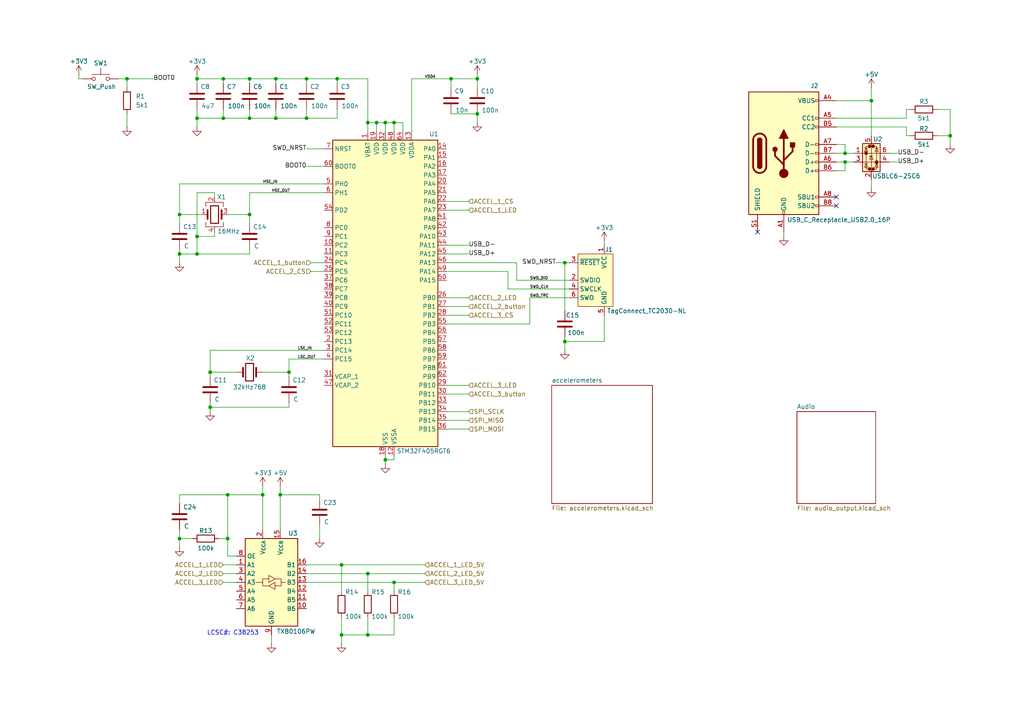
<source format=kicad_sch>
(kicad_sch (version 20231120) (generator "eeschema") (generator_version "8.0")
  (paper "A4")
  (lib_symbols
    (symbol "Connector:Conn_ARM_SWD_TagConnect_TC2030-NL" (in_bom no)
      (property "Reference" "J1" (at 5.08 11.43 0))
      (property "Value" "TagConnect_TC2030-NL" (at 26.416 -6.35 0))
      (symbol "Conn_ARM_SWD_TagConnect_TC2030-NL_0_0"
        (pin power_in line (at 2.54 12.7 270) (length 2.54) (name "VCC") (number "1"))
        (pin bidirectional line (at -7.62 2.54 0) (length 2.54) (name "SWDIO") (number "2"))
        (pin open_collector line (at -7.62 7.62 0) (length 2.54) (name "~{RESET}") (number "3"))
        (pin output line (at -7.62 0 0) (length 2.54) (name "SWCLK") (number "4"))
        (pin power_in line (at 2.54 -7.62 90) (length 2.54) (name "GND") (number "5"))
        (pin input line (at -7.62 -2.54 0) (length 2.54) (name "SWO") (number "6"))
      )
      (symbol "Conn_ARM_SWD_TagConnect_TC2030-NL_0_1"
        (rectangle (start -5.08 10.16) (end 5.08 -5.08) (fill (type background)))
      )
    )
    (symbol "Connector:USB_C_Receptacle_USB2.0_16P" (pin_names (offset 1.016))
      (property "Reference" "J" (at 0 22.225 0))
      (property "Value" "USB_C_Receptacle_USB2.0_16P" (at 0 19.685 0))
      (symbol "USB_C_Receptacle_USB2.0_16P_0_0"
        (rectangle (start -0.254 -17.78) (end 0.254 -16.764))
        (rectangle (start 10.16 -14.986) (end 9.144 -15.494))
        (rectangle (start 10.16 -12.446) (end 9.144 -12.954))
        (rectangle (start 10.16 -4.826) (end 9.144 -5.334))
        (rectangle (start 10.16 -2.286) (end 9.144 -2.794))
        (rectangle (start 10.16 0.254) (end 9.144 -0.254))
        (rectangle (start 10.16 2.794) (end 9.144 2.286))
        (rectangle (start 10.16 7.874) (end 9.144 7.366))
        (rectangle (start 10.16 10.414) (end 9.144 9.906))
        (rectangle (start 10.16 15.494) (end 9.144 14.986))
      )
      (symbol "USB_C_Receptacle_USB2.0_16P_0_1"
        (rectangle (start -10.16 17.78) (end 10.16 -17.78) (stroke (width 0.254)) (fill (type background)))
        (arc (start -8.89 -3.81) (mid -6.985 -5.7067) (end -5.08 -3.81) (stroke (width 0.508)))
        (arc (start -7.62 -3.81) (mid -6.985 -4.4423) (end -6.35 -3.81) (stroke (width 0.254)))
        (arc (start -7.62 -3.81) (mid -6.985 -4.4423) (end -6.35 -3.81) (stroke (width 0.254)) (fill (type outline)))
        (rectangle (start -7.62 -3.81) (end -6.35 3.81) (stroke (width 0.254)) (fill (type outline)))
        (arc (start -6.35 3.81) (mid -6.985 4.4423) (end -7.62 3.81) (stroke (width 0.254)))
        (arc (start -6.35 3.81) (mid -6.985 4.4423) (end -7.62 3.81) (stroke (width 0.254)) (fill (type outline)))
        (arc (start -5.08 3.81) (mid -6.985 5.7067) (end -8.89 3.81) (stroke (width 0.508)))
        (circle (center -2.54 1.143) (radius 0.635) (stroke (width 0.254)) (fill (type outline)))
        (circle (center 0 -5.842) (radius 1.27) (fill (type outline)))
        (polyline (pts (xy -8.89 -3.81) (xy -8.89 3.81)) (stroke (width 0.508)))
        (polyline (pts (xy -5.08 3.81) (xy -5.08 -3.81)) (stroke (width 0.508)))
        (polyline (pts (xy 0 -5.842) (xy 0 4.318)) (stroke (width 0.508)))
        (polyline (pts (xy 0 -3.302) (xy -2.54 -0.762) (xy -2.54 0.508)) (stroke (width 0.508)))
        (polyline (pts (xy 0 -2.032) (xy 2.54 0.508) (xy 2.54 1.778)) (stroke (width 0.508)))
        (polyline (pts (xy -1.27 4.318) (xy 0 6.858) (xy 1.27 4.318) (xy -1.27 4.318)) (stroke (width 0.254)) (fill (type outline)))
        (rectangle (start 1.905 1.778) (end 3.175 3.048) (stroke (width 0.254)) (fill (type outline)))
      )
      (symbol "USB_C_Receptacle_USB2.0_16P_1_1"
        (pin passive line (at 0 -22.86 90) (length 5.08) (name "GND") (number "A1"))
        (pin passive line (at 0 -22.86 90) (length 5.08) hide (name "GND") (number "A12"))
        (pin passive line (at 15.24 15.24 180) (length 5.08) (name "VBUS") (number "A4"))
        (pin bidirectional line (at 15.24 10.16 180) (length 5.08) (name "CC1") (number "A5"))
        (pin bidirectional line (at 15.24 -2.54 180) (length 5.08) (name "D+") (number "A6"))
        (pin bidirectional line (at 15.24 2.54 180) (length 5.08) (name "D-") (number "A7"))
        (pin bidirectional line (at 15.24 -12.7 180) (length 5.08) (name "SBU1") (number "A8"))
        (pin passive line (at 15.24 15.24 180) (length 5.08) hide (name "VBUS") (number "A9"))
        (pin passive line (at 0 -22.86 90) (length 5.08) hide (name "GND") (number "B1"))
        (pin passive line (at 0 -22.86 90) (length 5.08) hide (name "GND") (number "B12"))
        (pin passive line (at 15.24 15.24 180) (length 5.08) hide (name "VBUS") (number "B4"))
        (pin bidirectional line (at 15.24 7.62 180) (length 5.08) (name "CC2") (number "B5"))
        (pin bidirectional line (at 15.24 -5.08 180) (length 5.08) (name "D+") (number "B6"))
        (pin bidirectional line (at 15.24 0 180) (length 5.08) (name "D-") (number "B7"))
        (pin bidirectional line (at 15.24 -15.24 180) (length 5.08) (name "SBU2") (number "B8"))
        (pin passive line (at 15.24 15.24 180) (length 5.08) hide (name "VBUS") (number "B9"))
        (pin passive line (at -7.62 -22.86 90) (length 5.08) (name "SHIELD") (number "S1"))
      )
    )
    (symbol "Device:C" (pin_numbers hide) (pin_names (offset 0.254))
      (property "Reference" "C" (at 0.635 2.54 0))
      (property "Value" "C" (at 0.635 -2.54 0))
      (symbol "C_0_1"
        (polyline (pts (xy -2.032 -0.762) (xy 2.032 -0.762)) (stroke (width 0.508)))
        (polyline (pts (xy -2.032 0.762) (xy 2.032 0.762)) (stroke (width 0.508)))
      )
      (symbol "C_1_1"
        (pin passive line (at 0 3.81 270) (length 2.794) (name "~") (number "1"))
        (pin passive line (at 0 -3.81 90) (length 2.794) (name "~") (number "2"))
      )
    )
    (symbol "Device:Crystal" (pin_numbers hide) (pin_names (offset 1.016) hide)
      (property "Reference" "Y" (at 0 3.81 0))
      (property "Value" "Crystal" (at 0 -3.81 0))
      (symbol "Crystal_0_1"
        (rectangle (start -1.143 2.54) (end 1.143 -2.54) (stroke (width 0.3048)))
        (polyline (pts (xy -2.54 0) (xy -1.905 0)))
        (polyline (pts (xy -1.905 -1.27) (xy -1.905 1.27)) (stroke (width 0.508)))
        (polyline (pts (xy 1.905 -1.27) (xy 1.905 1.27)) (stroke (width 0.508)))
        (polyline (pts (xy 2.54 0) (xy 1.905 0)))
      )
      (symbol "Crystal_1_1"
        (pin passive line (at -3.81 0 0) (length 1.27) (name "1") (number "1"))
        (pin passive line (at 3.81 0 180) (length 1.27) (name "2") (number "2"))
      )
    )
    (symbol "Device:Crystal_GND24" (pin_names (offset 1.016) hide)
      (property "Reference" "Y" (at 3.175 5.08 0))
      (property "Value" "Crystal_GND24" (at 3.175 3.175 0))
      (symbol "Crystal_GND24_0_1"
        (rectangle (start -1.143 2.54) (end 1.143 -2.54) (stroke (width 0.3048)))
        (polyline (pts (xy -2.54 0) (xy -2.032 0)))
        (polyline (pts (xy -2.032 -1.27) (xy -2.032 1.27)) (stroke (width 0.508)))
        (polyline (pts (xy 0 -3.81) (xy 0 -3.556)))
        (polyline (pts (xy 0 3.556) (xy 0 3.81)))
        (polyline (pts (xy 2.032 -1.27) (xy 2.032 1.27)) (stroke (width 0.508)))
        (polyline (pts (xy 2.032 0) (xy 2.54 0)))
        (polyline (pts (xy -2.54 -2.286) (xy -2.54 -3.556) (xy 2.54 -3.556) (xy 2.54 -2.286)))
        (polyline (pts (xy -2.54 2.286) (xy -2.54 3.556) (xy 2.54 3.556) (xy 2.54 2.286)))
      )
      (symbol "Crystal_GND24_1_1"
        (pin passive line (at -3.81 0 0) (length 1.27) (name "1") (number "1"))
        (pin passive line (at 0 5.08 270) (length 1.27) (name "2") (number "2"))
        (pin passive line (at 3.81 0 180) (length 1.27) (name "3") (number "3"))
        (pin passive line (at 0 -5.08 90) (length 1.27) (name "4") (number "4"))
      )
    )
    (symbol "Device:R" (pin_numbers hide) (pin_names (offset 0))
      (property "Reference" "R" (at 2.032 0 90))
      (property "Value" "R" (at 0 0 90))
      (symbol "R_0_1"
        (rectangle (start -1.016 -2.54) (end 1.016 2.54) (stroke (width 0.254)))
      )
      (symbol "R_1_1"
        (pin passive line (at 0 3.81 270) (length 1.27) (name "~") (number "1"))
        (pin passive line (at 0 -3.81 90) (length 1.27) (name "~") (number "2"))
      )
    )
    (symbol "Logic_LevelTranslator:TXB0106PW"
      (property "Reference" "U" (at -6.35 13.97 0))
      (property "Value" "TXB0106PW" (at 3.81 13.97 0))
      (symbol "TXB0106PW_0_1"
        (rectangle (start -7.62 12.7) (end 7.62 -12.7) (stroke (width 0.254)) (fill (type background)))
        (polyline (pts (xy -2.54 0) (xy -2.54 1.016) (xy -0.762 1.016)))
        (polyline (pts (xy 2.794 0) (xy 2.794 -1.016) (xy 1.016 -1.016)))
        (polyline (pts (xy -0.762 -1.016) (xy -2.54 -1.016) (xy -2.54 0) (xy -4.572 0)))
        (polyline (pts (xy -0.762 -1.016) (xy 1.016 0) (xy 1.016 -2.032) (xy -0.762 -1.016)))
        (polyline (pts (xy 1.016 1.016) (xy -0.762 0) (xy -0.762 2.032) (xy 1.016 1.016)))
        (polyline (pts (xy 1.016 1.016) (xy 2.794 1.016) (xy 2.794 0) (xy 4.064 0)))
      )
      (symbol "TXB0106PW_1_1"
        (pin bidirectional line (at -10.16 5.08 0) (length 2.54) (name "A1") (number "1"))
        (pin bidirectional line (at 10.16 -7.62 180) (length 2.54) (name "B6") (number "10"))
        (pin bidirectional line (at 10.16 -5.08 180) (length 2.54) (name "B5") (number "11"))
        (pin bidirectional line (at 10.16 -2.54 180) (length 2.54) (name "B4") (number "12"))
        (pin bidirectional line (at 10.16 0 180) (length 2.54) (name "B3") (number "13"))
        (pin bidirectional line (at 10.16 2.54 180) (length 2.54) (name "B2") (number "14"))
        (pin power_in line (at 2.54 15.24 270) (length 2.54) (name "V_{CCB}") (number "15"))
        (pin bidirectional line (at 10.16 5.08 180) (length 2.54) (name "B1") (number "16"))
        (pin power_in line (at -2.54 15.24 270) (length 2.54) (name "V_{CCA}") (number "2"))
        (pin bidirectional line (at -10.16 2.54 0) (length 2.54) (name "A2") (number "3"))
        (pin bidirectional line (at -10.16 0 0) (length 2.54) (name "A3") (number "4"))
        (pin bidirectional line (at -10.16 -2.54 0) (length 2.54) (name "A4") (number "5"))
        (pin bidirectional line (at -10.16 -5.08 0) (length 2.54) (name "A5") (number "6"))
        (pin bidirectional line (at -10.16 -7.62 0) (length 2.54) (name "A6") (number "7"))
        (pin input line (at -10.16 7.62 0) (length 2.54) (name "OE") (number "8"))
        (pin power_in line (at 0 -15.24 90) (length 2.54) (name "GND") (number "9"))
      )
    )
    (symbol "MCU_ST_STM32F4:STM32F405RGTx"
      (property "Reference" "U" (at -15.24 46.99 0))
      (property "Value" "STM32F405RGTx" (at 10.16 46.99 0))
      (symbol "STM32F405RGTx_0_1"
        (rectangle (start -15.24 -43.18) (end 15.24 45.72) (stroke (width 0.254)) (fill (type background)))
      )
      (symbol "STM32F405RGTx_1_1"
        (pin power_in line (at -5.08 48.26 270) (length 2.54) (name "VBAT") (number "1"))
        (pin bidirectional line (at -17.78 15.24 0) (length 2.54) (name "PC2") (number "10"))
        (pin bidirectional line (at -17.78 12.7 0) (length 2.54) (name "PC3") (number "11"))
        (pin power_in line (at 2.54 -45.72 90) (length 2.54) (name "VSSA") (number "12"))
        (pin power_in line (at 7.62 48.26 270) (length 2.54) (name "VDDA") (number "13"))
        (pin bidirectional line (at 17.78 43.18 180) (length 2.54) (name "PA0") (number "14"))
        (pin bidirectional line (at 17.78 40.64 180) (length 2.54) (name "PA1") (number "15"))
        (pin bidirectional line (at 17.78 38.1 180) (length 2.54) (name "PA2") (number "16"))
        (pin bidirectional line (at 17.78 35.56 180) (length 2.54) (name "PA3") (number "17"))
        (pin power_in line (at 0 -45.72 90) (length 2.54) (name "VSS") (number "18"))
        (pin power_in line (at -2.54 48.26 270) (length 2.54) (name "VDD") (number "19"))
        (pin bidirectional line (at -17.78 -12.7 0) (length 2.54) (name "PC13") (number "2"))
        (pin bidirectional line (at 17.78 33.02 180) (length 2.54) (name "PA4") (number "20"))
        (pin bidirectional line (at 17.78 30.48 180) (length 2.54) (name "PA5") (number "21"))
        (pin bidirectional line (at 17.78 27.94 180) (length 2.54) (name "PA6") (number "22"))
        (pin bidirectional line (at 17.78 25.4 180) (length 2.54) (name "PA7") (number "23"))
        (pin bidirectional line (at -17.78 10.16 0) (length 2.54) (name "PC4") (number "24"))
        (pin bidirectional line (at -17.78 7.62 0) (length 2.54) (name "PC5") (number "25"))
        (pin bidirectional line (at 17.78 0 180) (length 2.54) (name "PB0") (number "26"))
        (pin bidirectional line (at 17.78 -2.54 180) (length 2.54) (name "PB1") (number "27"))
        (pin bidirectional line (at 17.78 -5.08 180) (length 2.54) (name "PB2") (number "28"))
        (pin bidirectional line (at 17.78 -25.4 180) (length 2.54) (name "PB10") (number "29"))
        (pin bidirectional line (at -17.78 -15.24 0) (length 2.54) (name "PC14") (number "3"))
        (pin bidirectional line (at 17.78 -27.94 180) (length 2.54) (name "PB11") (number "30"))
        (pin power_out line (at -17.78 -22.86 0) (length 2.54) (name "VCAP_1") (number "31"))
        (pin power_in line (at 0 48.26 270) (length 2.54) (name "VDD") (number "32"))
        (pin bidirectional line (at 17.78 -30.48 180) (length 2.54) (name "PB12") (number "33"))
        (pin bidirectional line (at 17.78 -33.02 180) (length 2.54) (name "PB13") (number "34"))
        (pin bidirectional line (at 17.78 -35.56 180) (length 2.54) (name "PB14") (number "35"))
        (pin bidirectional line (at 17.78 -38.1 180) (length 2.54) (name "PB15") (number "36"))
        (pin bidirectional line (at -17.78 5.08 0) (length 2.54) (name "PC6") (number "37"))
        (pin bidirectional line (at -17.78 2.54 0) (length 2.54) (name "PC7") (number "38"))
        (pin bidirectional line (at -17.78 0 0) (length 2.54) (name "PC8") (number "39"))
        (pin bidirectional line (at -17.78 -17.78 0) (length 2.54) (name "PC15") (number "4"))
        (pin bidirectional line (at -17.78 -2.54 0) (length 2.54) (name "PC9") (number "40"))
        (pin bidirectional line (at 17.78 22.86 180) (length 2.54) (name "PA8") (number "41"))
        (pin bidirectional line (at 17.78 20.32 180) (length 2.54) (name "PA9") (number "42"))
        (pin bidirectional line (at 17.78 17.78 180) (length 2.54) (name "PA10") (number "43"))
        (pin bidirectional line (at 17.78 15.24 180) (length 2.54) (name "PA11") (number "44"))
        (pin bidirectional line (at 17.78 12.7 180) (length 2.54) (name "PA12") (number "45"))
        (pin bidirectional line (at 17.78 10.16 180) (length 2.54) (name "PA13") (number "46"))
        (pin power_out line (at -17.78 -25.4 0) (length 2.54) (name "VCAP_2") (number "47"))
        (pin power_in line (at 2.54 48.26 270) (length 2.54) (name "VDD") (number "48"))
        (pin bidirectional line (at 17.78 7.62 180) (length 2.54) (name "PA14") (number "49"))
        (pin bidirectional line (at -17.78 33.02 0) (length 2.54) (name "PH0") (number "5"))
        (pin bidirectional line (at 17.78 5.08 180) (length 2.54) (name "PA15") (number "50"))
        (pin bidirectional line (at -17.78 -5.08 0) (length 2.54) (name "PC10") (number "51"))
        (pin bidirectional line (at -17.78 -7.62 0) (length 2.54) (name "PC11") (number "52"))
        (pin bidirectional line (at -17.78 -10.16 0) (length 2.54) (name "PC12") (number "53"))
        (pin bidirectional line (at -17.78 25.4 0) (length 2.54) (name "PD2") (number "54"))
        (pin bidirectional line (at 17.78 -7.62 180) (length 2.54) (name "PB3") (number "55"))
        (pin bidirectional line (at 17.78 -10.16 180) (length 2.54) (name "PB4") (number "56"))
        (pin bidirectional line (at 17.78 -12.7 180) (length 2.54) (name "PB5") (number "57"))
        (pin bidirectional line (at 17.78 -15.24 180) (length 2.54) (name "PB6") (number "58"))
        (pin bidirectional line (at 17.78 -17.78 180) (length 2.54) (name "PB7") (number "59"))
        (pin bidirectional line (at -17.78 30.48 0) (length 2.54) (name "PH1") (number "6"))
        (pin input line (at -17.78 38.1 0) (length 2.54) (name "BOOT0") (number "60"))
        (pin bidirectional line (at 17.78 -20.32 180) (length 2.54) (name "PB8") (number "61"))
        (pin bidirectional line (at 17.78 -22.86 180) (length 2.54) (name "PB9") (number "62"))
        (pin passive line (at 0 -45.72 90) (length 2.54) hide (name "VSS") (number "63"))
        (pin power_in line (at 5.08 48.26 270) (length 2.54) (name "VDD") (number "64"))
        (pin input line (at -17.78 43.18 0) (length 2.54) (name "NRST") (number "7"))
        (pin bidirectional line (at -17.78 20.32 0) (length 2.54) (name "PC0") (number "8"))
        (pin bidirectional line (at -17.78 17.78 0) (length 2.54) (name "PC1") (number "9"))
      )
    )
    (symbol "Power_Protection:USBLC6-2SC6" (pin_names hide)
      (property "Reference" "U" (at 0.635 5.715 0))
      (property "Value" "USBLC6-2SC6" (at 0.635 3.81 0))
      (symbol "USBLC6-2SC6_0_0"
        (circle (center -1.524 0) (radius 0.0001) (stroke (width 0.508)))
        (circle (center -0.508 -4.572) (radius 0.0001) (stroke (width 0.508)))
        (circle (center -0.508 2.032) (radius 0.0001) (stroke (width 0.508)))
        (circle (center 0.508 -4.572) (radius 0.0001) (stroke (width 0.508)))
        (circle (center 0.508 2.032) (radius 0.0001) (stroke (width 0.508)))
        (circle (center 1.524 -2.54) (radius 0.0001) (stroke (width 0.508)))
      )
      (symbol "USBLC6-2SC6_0_1"
        (polyline (pts (xy -2.54 -2.54) (xy 2.54 -2.54)))
        (polyline (pts (xy -2.54 0) (xy 2.54 0)))
        (polyline (pts (xy -2.032 -3.048) (xy -1.016 -3.048)))
        (polyline (pts (xy -1.016 1.524) (xy -2.032 1.524)))
        (polyline (pts (xy 1.016 -3.048) (xy 2.032 -3.048)))
        (polyline (pts (xy 1.016 1.524) (xy 2.032 1.524)))
        (polyline (pts (xy -0.508 -1.143) (xy -0.508 -0.762) (xy 0.508 -0.762)))
        (polyline (pts (xy -2.032 0.508) (xy -1.016 0.508) (xy -1.524 1.524) (xy -2.032 0.508)))
        (polyline (pts (xy -1.016 -4.064) (xy -2.032 -4.064) (xy -1.524 -3.048) (xy -1.016 -4.064)))
        (polyline (pts (xy 0.508 -1.778) (xy -0.508 -1.778) (xy 0 -0.762) (xy 0.508 -1.778)))
        (polyline (pts (xy 2.032 -4.064) (xy 1.016 -4.064) (xy 1.524 -3.048) (xy 2.032 -4.064)))
        (polyline (pts (xy 2.032 0.508) (xy 1.016 0.508) (xy 1.524 1.524) (xy 2.032 0.508)))
        (polyline (pts (xy 0 2.54) (xy -0.508 2.032) (xy 0.508 2.032) (xy 0 1.524) (xy 0 -4.064) (xy -0.508 -4.572) (xy 0.508 -4.572) (xy 0 -5.08)))
      )
      (symbol "USBLC6-2SC6_1_1"
        (rectangle (start -2.54 2.794) (end 2.54 -5.334) (stroke (width 0.254)) (fill (type background)))
        (polyline (pts (xy -0.508 2.032) (xy -1.524 2.032) (xy -1.524 -4.572) (xy -0.508 -4.572)))
        (polyline (pts (xy 0.508 -4.572) (xy 1.524 -4.572) (xy 1.524 2.032) (xy 0.508 2.032)))
        (pin passive line (at -5.08 0 0) (length 2.54) (name "I/O1") (number "1"))
        (pin passive line (at 0 -7.62 90) (length 2.54) (name "GND") (number "2"))
        (pin passive line (at -5.08 -2.54 0) (length 2.54) (name "I/O2") (number "3"))
        (pin passive line (at 5.08 -2.54 180) (length 2.54) (name "I/O2") (number "4"))
        (pin passive line (at 0 5.08 270) (length 2.54) (name "VBUS") (number "5"))
        (pin passive line (at 5.08 0 180) (length 2.54) (name "I/O1") (number "6"))
      )
    )
    (symbol "Switch:SW_Push" (pin_numbers hide) (pin_names (offset 1.016) hide)
      (property "Reference" "SW" (at 1.27 2.54 0))
      (property "Value" "SW_Push" (at 0 -1.524 0))
      (symbol "SW_Push_0_1"
        (circle (center -2.032 0) (radius 0.508))
        (polyline (pts (xy 0 1.27) (xy 0 3.048)))
        (polyline (pts (xy 2.54 1.27) (xy -2.54 1.27)))
        (circle (center 2.032 0) (radius 0.508))
        (pin passive line (at -5.08 0 0) (length 2.54) (name "1") (number "1"))
        (pin passive line (at 5.08 0 180) (length 2.54) (name "2") (number "2"))
      )
    )
    (symbol "power:+3V3" (power) (pin_numbers hide) (pin_names (offset 0) hide)
      (property "Value" "+3V3" (at 0 3.556 0))
      (symbol "+3V3_0_1"
        (polyline (pts (xy -0.762 1.27) (xy 0 2.54)))
        (polyline (pts (xy 0 0) (xy 0 2.54)))
        (polyline (pts (xy 0 2.54) (xy 0.762 1.27)))
      )
      (symbol "+3V3_1_1"
        (pin power_in line (at 0 0 90) (length 0) (name "~") (number "1"))
      )
    )
    (symbol "power:+5V" (power) (pin_numbers hide) (pin_names (offset 0) hide)
      (property "Value" "+5V" (at 0 3.556 0))
      (symbol "+5V_0_1"
        (polyline (pts (xy -0.762 1.27) (xy 0 2.54)))
        (polyline (pts (xy 0 0) (xy 0 2.54)))
        (polyline (pts (xy 0 2.54) (xy 0.762 1.27)))
      )
      (symbol "+5V_1_1"
        (pin power_in line (at 0 0 90) (length 0) (name "~") (number "1"))
      )
    )
    (symbol "power:GND" (power) (pin_numbers hide) (pin_names (offset 0) hide)
      (property "Value" "GND" (at 0 -3.81 0))
      (symbol "GND_0_1"
        (polyline (pts (xy 0 0) (xy 0 -1.27) (xy 1.27 -1.27) (xy 0 -2.54) (xy -1.27 -1.27) (xy 0 -1.27)))
      )
      (symbol "GND_1_1"
        (pin power_in line (at 0 0 270) (length 0) (name "~") (number "1"))
      )
    )
  )
  (junction (at 138.43 22.86))
  (junction (at 109.22 35.56))
  (junction (at 57.15 73.66))
  (junction (at 57.15 68.58))
  (junction (at 275.59 39.37))
  (junction (at 163.83 99.06))
  (junction (at 106.68 35.56))
  (junction (at 88.9 22.86))
  (junction (at 72.39 62.23))
  (junction (at 80.01 34.29))
  (junction (at 72.39 34.29))
  (junction (at 36.83 22.86))
  (junction (at 83.82 107.95))
  (junction (at 163.83 76.2))
  (junction (at 138.43 33.02))
  (junction (at 106.68 166.37))
  (junction (at 60.96 118.11))
  (junction (at 66.04 156.21))
  (junction (at 99.06 184.15))
  (junction (at 80.01 22.86))
  (junction (at 52.07 156.21))
  (junction (at 57.15 22.86))
  (junction (at 72.39 22.86))
  (junction (at 97.79 22.86))
  (junction (at 64.77 22.86))
  (junction (at 60.96 107.95))
  (junction (at 111.76 35.56))
  (junction (at 252.73 29.21))
  (junction (at 81.28 143.51))
  (junction (at 52.07 73.66))
  (junction (at 111.76 133.35))
  (junction (at 245.11 46.99))
  (junction (at 88.9 34.29))
  (junction (at 114.3 168.91))
  (junction (at 64.77 34.29))
  (junction (at 99.06 163.83))
  (junction (at 66.04 143.51))
  (junction (at 106.68 184.15))
  (junction (at 245.11 44.45))
  (junction (at 57.15 34.29))
  (junction (at 52.07 62.23))
  (junction (at 114.3 35.56))
  (junction (at 76.2 143.51))
  (junction (at 130.81 22.86))
  (no_connect (at 219.71 67.31))
  (no_connect (at 242.57 57.15))
  (no_connect (at 242.57 59.69))
  (wire (pts (xy 109.22 35.56) (xy 111.76 35.56)))
  (wire (pts (xy 57.15 68.58) (xy 62.23 68.58)))
  (wire (pts (xy 57.15 34.29) (xy 57.15 36.83)))
  (wire (pts (xy 147.32 83.82) (xy 165.1 83.82)))
  (wire (pts (xy 114.3 132.08) (xy 114.3 133.35)))
  (wire (pts (xy 66.04 161.29) (xy 68.58 161.29)))
  (wire (pts (xy 129.54 114.3) (xy 135.89 114.3)))
  (wire (pts (xy 81.28 143.51) (xy 81.28 153.67)))
  (wire (pts (xy 106.68 35.56) (xy 106.68 38.1)))
  (wire (pts (xy 245.11 49.53) (xy 245.11 46.99)))
  (wire (pts (xy 22.86 22.86) (xy 24.13 22.86)))
  (wire (pts (xy 123.19 168.91) (xy 114.3 168.91)))
  (wire (pts (xy 106.68 166.37) (xy 106.68 171.45)))
  (wire (pts (xy 175.26 91.44) (xy 175.26 99.06)))
  (wire (pts (xy 83.82 116.84) (xy 83.82 118.11)))
  (wire (pts (xy 52.07 156.21) (xy 55.88 156.21)))
  (wire (pts (xy 81.28 140.97) (xy 81.28 143.51)))
  (wire (pts (xy 57.15 21.59) (xy 57.15 22.86)))
  (wire (pts (xy 242.57 29.21) (xy 252.73 29.21)))
  (wire (pts (xy 72.39 34.29) (xy 80.01 34.29)))
  (wire (pts (xy 252.73 29.21) (xy 252.73 39.37)))
  (wire (pts (xy 116.84 35.56) (xy 116.84 38.1)))
  (wire (pts (xy 163.83 76.2) (xy 163.83 90.17)))
  (wire (pts (xy 99.06 179.07) (xy 99.06 184.15)))
  (wire (pts (xy 57.15 34.29) (xy 64.77 34.29)))
  (wire (pts (xy 92.71 143.51) (xy 81.28 143.51)))
  (wire (pts (xy 275.59 39.37) (xy 271.78 39.37)))
  (wire (pts (xy 92.71 144.78) (xy 92.71 143.51)))
  (wire (pts (xy 83.82 104.14) (xy 83.82 107.95)))
  (wire (pts (xy 106.68 35.56) (xy 109.22 35.56)))
  (wire (pts (xy 262.89 39.37) (xy 264.16 39.37)))
  (wire (pts (xy 242.57 46.99) (xy 245.11 46.99)))
  (wire (pts (xy 52.07 143.51) (xy 66.04 143.51)))
  (wire (pts (xy 111.76 132.08) (xy 111.76 133.35)))
  (wire (pts (xy 262.89 31.75) (xy 264.16 31.75)))
  (wire (pts (xy 111.76 35.56) (xy 114.3 35.56)))
  (wire (pts (xy 111.76 35.56) (xy 111.76 38.1)))
  (wire (pts (xy 64.77 31.75) (xy 64.77 34.29)))
  (wire (pts (xy 275.59 31.75) (xy 275.59 39.37)))
  (wire (pts (xy 119.38 22.86) (xy 119.38 38.1)))
  (wire (pts (xy 34.29 22.86) (xy 36.83 22.86)))
  (wire (pts (xy 80.01 34.29) (xy 88.9 34.29)))
  (wire (pts (xy 66.04 156.21) (xy 66.04 161.29)))
  (wire (pts (xy 72.39 22.86) (xy 80.01 22.86)))
  (wire (pts (xy 129.54 60.96) (xy 135.89 60.96)))
  (wire (pts (xy 129.54 88.9) (xy 135.89 88.9)))
  (wire (pts (xy 64.77 22.86) (xy 64.77 24.13)))
  (wire (pts (xy 97.79 22.86) (xy 97.79 24.13)))
  (wire (pts (xy 163.83 101.6) (xy 163.83 99.06)))
  (wire (pts (xy 114.3 35.56) (xy 116.84 35.56)))
  (wire (pts (xy 242.57 44.45) (xy 245.11 44.45)))
  (wire (pts (xy 111.76 133.35) (xy 111.76 134.62)))
  (wire (pts (xy 72.39 55.88) (xy 93.98 55.88)))
  (wire (pts (xy 175.26 71.12) (xy 175.26 69.85)))
  (wire (pts (xy 78.74 186.69) (xy 78.74 184.15)))
  (wire (pts (xy 72.39 31.75) (xy 72.39 34.29)))
  (wire (pts (xy 57.15 31.75) (xy 57.15 34.29)))
  (wire (pts (xy 88.9 43.18) (xy 93.98 43.18)))
  (wire (pts (xy 80.01 22.86) (xy 88.9 22.86)))
  (wire (pts (xy 99.06 186.69) (xy 99.06 184.15)))
  (wire (pts (xy 149.86 81.28) (xy 165.1 81.28)))
  (wire (pts (xy 92.71 156.21) (xy 92.71 152.4)))
  (wire (pts (xy 80.01 31.75) (xy 80.01 34.29)))
  (wire (pts (xy 245.11 46.99) (xy 247.65 46.99)))
  (wire (pts (xy 163.83 76.2) (xy 165.1 76.2)))
  (wire (pts (xy 64.77 168.91) (xy 68.58 168.91)))
  (wire (pts (xy 63.5 156.21) (xy 66.04 156.21)))
  (wire (pts (xy 129.54 111.76) (xy 135.89 111.76)))
  (wire (pts (xy 64.77 34.29) (xy 72.39 34.29)))
  (wire (pts (xy 99.06 163.83) (xy 99.06 171.45)))
  (wire (pts (xy 106.68 179.07) (xy 106.68 184.15)))
  (wire (pts (xy 72.39 55.88) (xy 72.39 62.23)))
  (wire (pts (xy 275.59 41.91) (xy 275.59 39.37)))
  (wire (pts (xy 130.81 22.86) (xy 130.81 25.4)))
  (wire (pts (xy 60.96 107.95) (xy 60.96 109.22)))
  (wire (pts (xy 130.81 33.02) (xy 138.43 33.02)))
  (wire (pts (xy 129.54 86.36) (xy 135.89 86.36)))
  (wire (pts (xy 72.39 22.86) (xy 72.39 24.13)))
  (wire (pts (xy 22.86 21.59) (xy 22.86 22.86)))
  (wire (pts (xy 109.22 35.56) (xy 109.22 38.1)))
  (wire (pts (xy 88.9 34.29) (xy 97.79 34.29)))
  (wire (pts (xy 64.77 22.86) (xy 72.39 22.86)))
  (wire (pts (xy 99.06 163.83) (xy 88.9 163.83)))
  (wire (pts (xy 52.07 53.34) (xy 52.07 62.23)))
  (wire (pts (xy 97.79 31.75) (xy 97.79 34.29)))
  (wire (pts (xy 66.04 143.51) (xy 76.2 143.51)))
  (wire (pts (xy 36.83 36.83) (xy 36.83 33.02)))
  (wire (pts (xy 90.17 76.2) (xy 93.98 76.2)))
  (wire (pts (xy 119.38 22.86) (xy 130.81 22.86)))
  (wire (pts (xy 138.43 25.4) (xy 138.43 22.86)))
  (wire (pts (xy 129.54 73.66) (xy 135.89 73.66)))
  (wire (pts (xy 114.3 168.91) (xy 114.3 171.45)))
  (wire (pts (xy 72.39 73.66) (xy 57.15 73.66)))
  (wire (pts (xy 106.68 22.86) (xy 106.68 35.56)))
  (wire (pts (xy 245.11 44.45) (xy 247.65 44.45)))
  (wire (pts (xy 138.43 21.59) (xy 138.43 22.86)))
  (wire (pts (xy 60.96 107.95) (xy 68.58 107.95)))
  (wire (pts (xy 114.3 35.56) (xy 114.3 38.1)))
  (wire (pts (xy 129.54 91.44) (xy 135.89 91.44)))
  (wire (pts (xy 262.89 34.29) (xy 242.57 34.29)))
  (wire (pts (xy 52.07 72.39) (xy 52.07 73.66)))
  (wire (pts (xy 260.35 46.99) (xy 257.81 46.99)))
  (wire (pts (xy 252.73 52.07) (xy 252.73 54.61)))
  (wire (pts (xy 52.07 62.23) (xy 52.07 64.77)))
  (wire (pts (xy 242.57 41.91) (xy 245.11 41.91)))
  (wire (pts (xy 106.68 184.15) (xy 114.3 184.15)))
  (wire (pts (xy 252.73 29.21) (xy 252.73 25.4)))
  (wire (pts (xy 76.2 143.51) (xy 76.2 153.67)))
  (wire (pts (xy 60.96 101.6) (xy 60.96 107.95)))
  (wire (pts (xy 129.54 119.38) (xy 135.89 119.38)))
  (wire (pts (xy 163.83 99.06) (xy 163.83 97.79)))
  (wire (pts (xy 76.2 140.97) (xy 76.2 143.51)))
  (wire (pts (xy 52.07 53.34) (xy 93.98 53.34)))
  (wire (pts (xy 52.07 156.21) (xy 52.07 153.67)))
  (wire (pts (xy 97.79 22.86) (xy 106.68 22.86)))
  (wire (pts (xy 88.9 31.75) (xy 88.9 34.29)))
  (wire (pts (xy 227.33 68.58) (xy 227.33 67.31)))
  (wire (pts (xy 76.2 107.95) (xy 83.82 107.95)))
  (wire (pts (xy 52.07 146.05) (xy 52.07 143.51)))
  (wire (pts (xy 60.96 118.11) (xy 60.96 119.38)))
  (wire (pts (xy 138.43 22.86) (xy 130.81 22.86)))
  (wire (pts (xy 88.9 22.86) (xy 88.9 24.13)))
  (wire (pts (xy 52.07 73.66) (xy 52.07 76.2)))
  (wire (pts (xy 161.29 76.2) (xy 163.83 76.2)))
  (wire (pts (xy 93.98 101.6) (xy 60.96 101.6)))
  (wire (pts (xy 90.17 78.74) (xy 93.98 78.74)))
  (wire (pts (xy 62.23 55.88) (xy 57.15 55.88)))
  (wire (pts (xy 36.83 22.86) (xy 44.45 22.86)))
  (wire (pts (xy 99.06 184.15) (xy 106.68 184.15)))
  (wire (pts (xy 262.89 36.83) (xy 242.57 36.83)))
  (wire (pts (xy 260.35 44.45) (xy 257.81 44.45)))
  (wire (pts (xy 111.76 133.35) (xy 114.3 133.35)))
  (wire (pts (xy 60.96 118.11) (xy 83.82 118.11)))
  (wire (pts (xy 149.86 76.2) (xy 129.54 76.2)))
  (wire (pts (xy 64.77 163.83) (xy 68.58 163.83)))
  (wire (pts (xy 57.15 73.66) (xy 52.07 73.66)))
  (wire (pts (xy 114.3 184.15) (xy 114.3 179.07)))
  (wire (pts (xy 138.43 33.02) (xy 138.43 35.56)))
  (wire (pts (xy 60.96 116.84) (xy 60.96 118.11)))
  (wire (pts (xy 147.32 83.82) (xy 147.32 78.74)))
  (wire (pts (xy 62.23 57.15) (xy 62.23 55.88)))
  (wire (pts (xy 242.57 49.53) (xy 245.11 49.53)))
  (wire (pts (xy 129.54 58.42) (xy 135.89 58.42)))
  (wire (pts (xy 245.11 41.91) (xy 245.11 44.45)))
  (wire (pts (xy 36.83 25.4) (xy 36.83 22.86)))
  (wire (pts (xy 72.39 62.23) (xy 72.39 64.77)))
  (wire (pts (xy 129.54 124.46) (xy 135.89 124.46)))
  (wire (pts (xy 64.77 166.37) (xy 68.58 166.37)))
  (wire (pts (xy 88.9 48.26) (xy 93.98 48.26)))
  (wire (pts (xy 153.67 93.98) (xy 153.67 86.36)))
  (wire (pts (xy 106.68 166.37) (xy 88.9 166.37)))
  (wire (pts (xy 147.32 78.74) (xy 129.54 78.74)))
  (wire (pts (xy 62.23 68.58) (xy 62.23 67.31)))
  (wire (pts (xy 129.54 93.98) (xy 153.67 93.98)))
  (wire (pts (xy 129.54 121.92) (xy 135.89 121.92)))
  (wire (pts (xy 262.89 39.37) (xy 262.89 36.83)))
  (wire (pts (xy 175.26 99.06) (xy 163.83 99.06)))
  (wire (pts (xy 80.01 22.86) (xy 80.01 24.13)))
  (wire (pts (xy 57.15 68.58) (xy 57.15 73.66)))
  (wire (pts (xy 271.78 31.75) (xy 275.59 31.75)))
  (wire (pts (xy 52.07 62.23) (xy 58.42 62.23)))
  (wire (pts (xy 149.86 81.28) (xy 149.86 76.2)))
  (wire (pts (xy 129.54 71.12) (xy 135.89 71.12)))
  (wire (pts (xy 123.19 163.83) (xy 99.06 163.83)))
  (wire (pts (xy 57.15 55.88) (xy 57.15 68.58)))
  (wire (pts (xy 66.04 143.51) (xy 66.04 156.21)))
  (wire (pts (xy 114.3 168.91) (xy 88.9 168.91)))
  (wire (pts (xy 83.82 107.95) (xy 83.82 109.22)))
  (wire (pts (xy 72.39 72.39) (xy 72.39 73.66)))
  (wire (pts (xy 83.82 104.14) (xy 93.98 104.14)))
  (wire (pts (xy 123.19 166.37) (xy 106.68 166.37)))
  (wire (pts (xy 153.67 86.36) (xy 165.1 86.36)))
  (wire (pts (xy 57.15 22.86) (xy 64.77 22.86)))
  (wire (pts (xy 88.9 22.86) (xy 97.79 22.86)))
  (wire (pts (xy 66.04 62.23) (xy 72.39 62.23)))
  (wire (pts (xy 57.15 22.86) (xy 57.15 24.13)))
  (wire (pts (xy 262.89 31.75) (xy 262.89 34.29)))
  (wire (pts (xy 52.07 158.75) (xy 52.07 156.21)))
  (text "LCSC#: C38253" (at 67.564 183.642 0) (effects (font (size 1.27 1.27))))
  (label "BOOT0" (at 88.9 48.26 180))
  (label "SWD_NRST" (at 88.9 43.18 180))
  (label "SWD_TRC" (at 153.67 86.36 0) (effects (font (size 0.8 0.8))))
  (label "HSE_IN" (at 76.2 53.34 0) (effects (font (size 0.8 0.8))))
  (label "USB_D+" (at 135.89 73.66 0))
  (label "USB_D+" (at 260.35 46.99 0))
  (label "BOOT0" (at 44.45 22.86 0))
  (label "HSE_OUT" (at 78.74 55.88 0) (effects (font (size 0.8 0.8))))
  (label "USB_D-" (at 135.89 71.12 0))
  (label "SWD_CLK" (at 153.67 83.82 0) (effects (font (size 0.8 0.8))))
  (label "SWD_NRST" (at 161.29 76.2 180))
  (label "VDDA" (at 123.19 22.86 0) (effects (font (size 0.8 0.8))))
  (label "LSE_OUT" (at 86.36 104.14 0) (effects (font (size 0.8 0.8))))
  (label "LSE_IN" (at 86.36 101.6 0) (effects (font (size 0.8 0.8))))
  (label "SWD_DIO" (at 153.67 81.28 0) (effects (font (size 0.8 0.8))))
  (label "USB_D-" (at 260.35 44.45 0))
  (hierarchical_label "ACCEL_1_button" (shape input) (at 90.17 76.2 180))
  (hierarchical_label "ACCEL_2_button" (shape input) (at 135.89 88.9 0))
  (hierarchical_label "SPI_SCLK" (shape input) (at 135.89 119.38 0))
  (hierarchical_label "ACCEL_3_CS" (shape input) (at 135.89 91.44 0))
  (hierarchical_label "ACCEL_2_LED" (shape input) (at 135.89 86.36 0))
  (hierarchical_label "ACCEL_1_CS" (shape input) (at 135.89 58.42 0))
  (hierarchical_label "ACCEL_1_LED_5V" (shape input) (at 123.19 163.83 0))
  (hierarchical_label "ACCEL_2_LED_5V" (shape input) (at 123.19 166.37 0))
  (hierarchical_label "ACCEL_2_LED" (shape input) (at 64.77 166.37 180))
  (hierarchical_label "ACCEL_1_LED" (shape input) (at 64.77 163.83 180))
  (hierarchical_label "ACCEL_3_LED" (shape input) (at 135.89 111.76 0))
  (hierarchical_label "ACCEL_1_LED" (shape input) (at 135.89 60.96 0))
  (hierarchical_label "SPI_MOSI" (shape input) (at 135.89 124.46 0))
  (hierarchical_label "ACCEL_3_LED_5V" (shape input) (at 123.19 168.91 0))
  (hierarchical_label "ACCEL_3_button" (shape input) (at 135.89 114.3 0))
  (hierarchical_label "SPI_MISO" (shape input) (at 135.89 121.92 0))
  (hierarchical_label "ACCEL_2_CS" (shape input) (at 90.17 78.74 180))
  (hierarchical_label "ACCEL_3_LED" (shape input) (at 64.77 168.91 180))
  (symbol (lib_id "power:+5V") (at 252.73 25.4 0) (unit 1)
    (property "Reference" "#PWR037" (effects (hide yes)))
    (property "Value" "+5V" (at 252.73 21.59 0))
    (property "Description" "Power symbol creates a global label with name \"+5V\"" (effects (hide yes)))
  )
  (symbol (lib_id "Device:C") (at 80.01 27.94 0) (unit 1)
    (property "Reference" "C1" (at 81.026 25.146 0) (effects (justify left)))
    (property "Value" "100n" (at 81.28 30.734 0) (effects (justify left)))
    (property "Description" "Unpolarized capacitor" (effects (hide yes)))
  )
  (symbol (lib_id "power:GND") (at 52.07 76.2 0) (unit 1)
    (property "Reference" "#PWR08" (effects (hide yes)))
    (property "Value" "GND" (effects (hide yes)))
    (property "Description" "Power symbol creates a global label with name \"GND\" , ground" (effects (hide yes)))
  )
  (symbol (lib_id "power:GND") (at 52.07 158.75 0) (unit 1)
    (property "Reference" "#PWR040" (effects (hide yes)))
    (property "Value" "GND" (effects (hide yes)))
    (property "Description" "Power symbol creates a global label with name \"GND\" , ground" (effects (hide yes)))
  )
  (symbol (lib_id "power:+3V3") (at 22.86 21.59 0) (unit 1)
    (property "Reference" "#PWR013" (effects (hide yes)))
    (property "Value" "+3V3" (at 22.86 17.78 0))
    (property "Description" "Power symbol creates a global label with name \"+3V3\"" (effects (hide yes)))
  )
  (symbol (lib_id "Device:C") (at 97.79 27.94 0) (unit 1)
    (property "Reference" "C3" (at 98.806 25.146 0) (effects (justify left)))
    (property "Value" "100n" (at 99.06 30.734 0) (effects (justify left)))
    (property "Description" "Unpolarized capacitor" (effects (hide yes)))
  )
  (symbol (lib_id "Device:C") (at 52.07 68.58 0) (unit 1)
    (property "Reference" "C13" (at 53.086 65.786 0) (effects (justify left)))
    (property "Value" "C" (at 53.34 71.374 0) (effects (justify left)))
    (property "Description" "Unpolarized capacitor" (effects (hide yes)))
  )
  (symbol (lib_id "Device:C") (at 163.83 93.98 0) (unit 1)
    (property "Reference" "C15" (at 164.084 91.44 0) (effects (justify left)))
    (property "Value" "100n" (at 164.592 96.52 0) (effects (justify left)))
    (property "Description" "Unpolarized capacitor" (effects (hide yes)))
  )
  (symbol (lib_id "MCU_ST_STM32F4:STM32F405RGTx") (at 111.76 86.36 0) (unit 1)
    (property "Reference" "U1" (at 124.46 38.862 0) (effects (justify left)))
    (property "Value" "STM32F405RGT6" (at 115.062 130.81 0) (effects (justify left)))
    (property "Footprint" "Package_QFP:LQFP-64_10x10mm_P0.5mm" (effects (hide yes)))
    (property "Datasheet" "https://www.st.com/resource/en/datasheet/stm32f405rg.pdf" (effects (hide yes)))
    (property "Description" "STMicroelectronics Arm Cortex-M4 MCU, 1024KB flash, 192KB RAM, 168 MHz, 1.8-3.6V, 51 GPIO, LQFP64" (effects (hide yes)))
  )
  (symbol (lib_id "power:GND") (at 36.83 36.83 0) (unit 1)
    (property "Reference" "#PWR012" (effects (hide yes)))
    (property "Value" "GND" (effects (hide yes)))
    (property "Description" "Power symbol creates a global label with name \"GND\" , ground" (effects (hide yes)))
  )
  (symbol (lib_id "Logic_LevelTranslator:TXB0106PW") (at 78.74 168.91 0) (unit 1)
    (property "Reference" "U3" (at 83.566 154.686 0) (effects (justify left)))
    (property "Value" "TXB0106PW" (at 80.264 183.134 0) (effects (justify left)))
    (property "Footprint" "Package_SO:TSSOP-16_4.4x5mm_P0.65mm" (effects (hide yes)))
    (property "Datasheet" "http://www.ti.com/lit/ds/symlink/txb0106.pdf" (effects (hide yes)))
    (property "Description" "6-Bit Bidirectional Voltage-Level Translator, Auto Direction Sensing and ±15-kV ESD Protection, 1.2 - 3.6V APort, 1.65 - 5.5V BPort, TSSOP-16" (effects (hide yes)))
  )
  (symbol (lib_id "power:GND") (at 57.15 36.83 0) (unit 1)
    (property "Reference" "#PWR03" (effects (hide yes)))
    (property "Value" "GND" (effects (hide yes)))
    (property "Description" "Power symbol creates a global label with name \"GND\" , ground" (effects (hide yes)))
  )
  (symbol (lib_id "Switch:SW_Push") (at 29.21 22.86 0) (unit 1)
    (property "Reference" "SW1" (at 29.21 18.288 0))
    (property "Value" "SW_Push" (at 29.464 25.146 0))
    (property "Description" "Push button switch, generic, two pins" (effects (hide yes)))
  )
  (symbol (lib_id "Device:C") (at 83.82 113.03 0) (unit 1)
    (property "Reference" "C12" (at 84.836 110.236 0) (effects (justify left)))
    (property "Value" "C" (at 85.09 115.824 0) (effects (justify left)))
    (property "Description" "Unpolarized capacitor" (effects (hide yes)))
  )
  (symbol (lib_id "Device:C") (at 64.77 27.94 0) (unit 1)
    (property "Reference" "C7" (at 65.786 25.146 0) (effects (justify left)))
    (property "Value" "100n" (at 66.04 30.734 0) (effects (justify left)))
    (property "Description" "Unpolarized capacitor" (effects (hide yes)))
  )
  (symbol (lib_id "Power_Protection:USBLC6-2SC6") (at 252.73 44.45 0) (unit 1)
    (property "Reference" "U2" (at 253.238 40.386 0) (effects (justify left)))
    (property "Value" "USBLC6-2SC6" (at 252.984 51.054 0) (effects (justify left)))
    (property "Footprint" "Package_TO_SOT_SMD:SOT-23-6" (effects (hide yes)))
    (property "Datasheet" "https://www.st.com/resource/en/datasheet/usblc6-2.pdf" (effects (hide yes)))
    (property "Description" "Very low capacitance ESD protection diode, 2 data-line, SOT-23-6" (effects (hide yes)))
  )
  (symbol (lib_id "Connector:USB_C_Receptacle_USB2.0_16P") (at 227.33 44.45 0) (unit 1)
    (property "Reference" "J2" (at 236.22 24.892 0))
    (property "Value" "USB_C_Receptacle_USB2.0_16P" (at 243.332 63.754 0))
    (property "Datasheet" "https://www.usb.org/sites/default/files/documents/usb_type-c.zip" (effects (hide yes)))
    (property "Description" "USB 2.0-only 16P Type-C Receptacle connector" (effects (hide yes)))
  )
  (symbol (lib_id "Device:R") (at 36.83 29.21 0) (unit 1)
    (property "Reference" "R1" (at 39.37 27.9399 0) (effects (justify left)))
    (property "Value" "5k1" (at 39.37 30.4799 0) (effects (justify left)))
    (property "Description" "Resistor" (effects (hide yes)))
  )
  (symbol (lib_id "power:+3V3") (at 175.26 69.85 0) (unit 1)
    (property "Reference" "#PWR010" (effects (hide yes)))
    (property "Value" "+3V3" (at 175.26 66.04 0))
    (property "Description" "Power symbol creates a global label with name \"+3V3\"" (effects (hide yes)))
  )
  (symbol (lib_id "Device:R") (at 267.97 31.75 270) (unit 1)
    (property "Reference" "R3" (at 267.97 29.464 90))
    (property "Value" "5k1" (at 267.97 34.29 90))
    (property "Description" "Resistor" (effects (hide yes)))
  )
  (symbol (lib_id "Device:C") (at 60.96 113.03 0) (unit 1)
    (property "Reference" "C11" (at 61.976 110.236 0) (effects (justify left)))
    (property "Value" "C" (at 62.23 115.824 0) (effects (justify left)))
    (property "Description" "Unpolarized capacitor" (effects (hide yes)))
  )
  (symbol (lib_id "power:GND") (at 275.59 41.91 0) (unit 1)
    (property "Reference" "#PWR016" (effects (hide yes)))
    (property "Value" "GND" (effects (hide yes)))
    (property "Description" "Power symbol creates a global label with name \"GND\" , ground" (effects (hide yes)))
  )
  (symbol (lib_id "power:GND") (at 78.74 186.69 0) (unit 1)
    (property "Reference" "#PWR042" (effects (hide yes)))
    (property "Value" "GND" (effects (hide yes)))
    (property "Description" "Power symbol creates a global label with name \"GND\" , ground" (effects (hide yes)))
  )
  (symbol (lib_id "Device:C") (at 130.81 29.21 0) (unit 1)
    (property "Reference" "C9" (at 131.826 26.416 0) (effects (justify left)))
    (property "Value" "10n" (at 132.08 32.004 0) (effects (justify left)))
    (property "Description" "Unpolarized capacitor" (effects (hide yes)))
  )
  (symbol (lib_id "Device:R") (at 114.3 175.26 0) (unit 1)
    (property "Reference" "R16" (at 115.316 171.704 0) (effects (justify left)))
    (property "Value" "100k" (at 115.316 178.816 0) (effects (justify left)))
    (property "Description" "Resistor" (effects (hide yes)))
  )
  (symbol (lib_id "Device:C") (at 92.71 148.59 0) (unit 1)
    (property "Reference" "C23" (at 93.726 145.796 0) (effects (justify left)))
    (property "Value" "C" (at 93.98 151.384 0) (effects (justify left)))
    (property "Description" "Unpolarized capacitor" (effects (hide yes)))
  )
  (symbol (lib_id "Device:C") (at 72.39 68.58 0) (unit 1)
    (property "Reference" "C14" (at 73.406 65.786 0) (effects (justify left)))
    (property "Value" "C" (at 73.66 71.374 0) (effects (justify left)))
    (property "Description" "Unpolarized capacitor" (effects (hide yes)))
  )
  (symbol (lib_id "Device:Crystal_GND24") (at 62.23 62.23 0) (unit 1)
    (property "Reference" "X1" (at 64.262 57.15 0))
    (property "Value" "16MHz" (at 66.294 67.056 0))
    (property "Description" "Four pin crystal, GND on pins 2 and 4" (effects (hide yes)))
  )
  (symbol (lib_id "Device:C") (at 72.39 27.94 0) (unit 1)
    (property "Reference" "C6" (at 73.406 25.146 0) (effects (justify left)))
    (property "Value" "100n" (at 73.66 30.734 0) (effects (justify left)))
    (property "Description" "Unpolarized capacitor" (effects (hide yes)))
  )
  (symbol (lib_id "power:GND") (at 99.06 186.69 0) (unit 1)
    (property "Reference" "#PWR043" (effects (hide yes)))
    (property "Value" "GND" (effects (hide yes)))
    (property "Description" "Power symbol creates a global label with name \"GND\" , ground" (effects (hide yes)))
  )
  (symbol (lib_id "Device:R") (at 59.69 156.21 90) (unit 1)
    (property "Reference" "R13" (at 59.69 153.924 90))
    (property "Value" "100k" (at 59.69 159.004 90))
    (property "Description" "Resistor" (effects (hide yes)))
  )
  (symbol (lib_id "Device:C") (at 57.15 27.94 0) (unit 1)
    (property "Reference" "C8" (at 58.166 25.146 0) (effects (justify left)))
    (property "Value" "4u7" (at 58.42 30.734 0) (effects (justify left)))
    (property "Description" "Unpolarized capacitor" (effects (hide yes)))
  )
  (symbol (lib_id "Device:C") (at 88.9 27.94 0) (unit 1)
    (property "Reference" "C2" (at 89.916 25.146 0) (effects (justify left)))
    (property "Value" "100n" (at 90.17 30.734 0) (effects (justify left)))
    (property "Description" "Unpolarized capacitor" (effects (hide yes)))
  )
  (symbol (lib_id "Device:R") (at 267.97 39.37 270) (unit 1)
    (property "Reference" "R2" (at 267.97 37.338 90))
    (property "Value" "5k1" (at 267.97 41.91 90))
    (property "Description" "Resistor" (effects (hide yes)))
  )
  (symbol (lib_id "power:GND") (at 163.83 101.6 0) (unit 1)
    (property "Reference" "#PWR06" (effects (hide yes)))
    (property "Value" "GND" (effects (hide yes)))
    (property "Description" "Power symbol creates a global label with name \"GND\" , ground" (effects (hide yes)))
  )
  (symbol (lib_id "Device:Crystal") (at 72.39 107.95 0) (unit 1)
    (property "Reference" "X2" (at 73.914 103.886 0) (effects (justify right)))
    (property "Value" "32kHz768" (at 77.216 112.268 0) (effects (justify right)))
    (property "Description" "Two pin crystal" (effects (hide yes)))
  )
  (symbol (lib_id "Device:R") (at 106.68 175.26 0) (unit 1)
    (property "Reference" "R15" (at 107.696 171.704 0) (effects (justify left)))
    (property "Value" "100k" (at 107.696 178.816 0) (effects (justify left)))
    (property "Description" "Resistor" (effects (hide yes)))
  )
  (symbol (lib_id "power:GND") (at 138.43 35.56 0) (unit 1)
    (property "Reference" "#PWR05" (effects (hide yes)))
    (property "Value" "GND" (effects (hide yes)))
    (property "Description" "Power symbol creates a global label with name \"GND\" , ground" (effects (hide yes)))
  )
  (symbol (lib_id "power:+3V3") (at 57.15 21.59 0) (unit 1)
    (property "Reference" "#PWR02" (effects (hide yes)))
    (property "Value" "+3V3" (at 57.15 17.78 0))
    (property "Description" "Power symbol creates a global label with name \"+3V3\"" (effects (hide yes)))
  )
  (symbol (lib_id "power:+3V3") (at 138.43 21.59 0) (unit 1)
    (property "Reference" "#PWR04" (effects (hide yes)))
    (property "Value" "+3V3" (at 138.43 17.78 0))
    (property "Description" "Power symbol creates a global label with name \"+3V3\"" (effects (hide yes)))
  )
  (symbol (lib_id "power:+3V3") (at 76.2 140.97 0) (unit 1)
    (property "Reference" "#PWR039" (effects (hide yes)))
    (property "Value" "+3V3" (at 76.2 137.16 0))
    (property "Description" "Power symbol creates a global label with name \"+3V3\"" (effects (hide yes)))
  )
  (symbol (lib_id "power:+5V") (at 81.28 140.97 0) (unit 1)
    (property "Reference" "#PWR038" (effects (hide yes)))
    (property "Value" "+5V" (at 81.28 137.16 0))
    (property "Description" "Power symbol creates a global label with name \"+5V\"" (effects (hide yes)))
  )
  (symbol (lib_id "power:GND") (at 227.33 68.58 0) (unit 1)
    (property "Reference" "#PWR015" (effects (hide yes)))
    (property "Value" "GND" (effects (hide yes)))
    (property "Description" "Power symbol creates a global label with name \"GND\" , ground" (effects (hide yes)))
  )
  (symbol (lib_id "power:GND") (at 60.96 119.38 0) (unit 1)
    (property "Reference" "#PWR07" (effects (hide yes)))
    (property "Value" "GND" (effects (hide yes)))
    (property "Description" "Power symbol creates a global label with name \"GND\" , ground" (effects (hide yes)))
  )
  (symbol (lib_id "Device:C") (at 52.07 149.86 0) (unit 1)
    (property "Reference" "C24" (at 53.086 147.066 0) (effects (justify left)))
    (property "Value" "C" (at 53.34 152.654 0) (effects (justify left)))
    (property "Description" "Unpolarized capacitor" (effects (hide yes)))
  )
  (symbol (lib_id "Device:R") (at 99.06 175.26 0) (unit 1)
    (property "Reference" "R14" (at 100.076 171.704 0) (effects (justify left)))
    (property "Value" "100k" (at 100.076 178.816 0) (effects (justify left)))
    (property "Description" "Resistor" (effects (hide yes)))
  )
  (symbol (lib_id "power:GND") (at 92.71 156.21 0) (unit 1)
    (property "Reference" "#PWR041" (effects (hide yes)))
    (property "Value" "GND" (effects (hide yes)))
    (property "Description" "Power symbol creates a global label with name \"GND\" , ground" (effects (hide yes)))
  )
  (symbol (lib_id "power:GND") (at 252.73 54.61 0) (unit 1)
    (property "Reference" "#PWR014" (effects (hide yes)))
    (property "Value" "GND" (effects (hide yes)))
    (property "Description" "Power symbol creates a global label with name \"GND\" , ground" (effects (hide yes)))
  )
  (symbol (lib_id "Device:C") (at 138.43 29.21 0) (unit 1)
    (property "Reference" "C10" (at 139.446 26.416 0) (effects (justify left)))
    (property "Value" "100n" (at 139.7 32.004 0) (effects (justify left)))
    (property "Description" "Unpolarized capacitor" (effects (hide yes)))
  )
  (symbol (lib_id "power:GND") (at 111.76 134.62 0) (unit 1)
    (property "Reference" "#PWR01" (effects (hide yes)))
    (property "Value" "GND" (effects (hide yes)))
    (property "Description" "Power symbol creates a global label with name \"GND\" , ground" (effects (hide yes)))
  )
  (symbol (lib_id "Connector:Conn_ARM_SWD_TagConnect_TC2030-NL") (at 172.72 83.82 0) (unit 1) (in_bom no)
    (property "Reference" "J1" (at 177.8 72.39 0) (effects (justify right)))
    (property "Value" "TagConnect_TC2030-NL" (at 199.136 90.17 0) (effects (justify right)))
    (property "Footprint" "Connector:Tag-Connect_TC2030-IDC-NL_2x03_P1.27mm_Vertical" (effects (hide yes)))
    (property "Datasheet" "https://www.tag-connect.com/wp-content/uploads/bsk-pdf-manager/TC2030-CTX_1.pdf" (effects (hide yes)))
    (property "Description" "Tag-Connect ARM Cortex SWD JTAG connector, 6 pin, no legs" (effects (hide yes)))
  )
  (sheet (at 160.02 111.76) (size 29.21 34.29) (stroke (width 0.1524))
    (property "Sheetname" "accelerometers" (at 160.02 111.0484 0) (effects (justify left bottom)))
    (property "Sheetfile" "accelerometers.kicad_sch" (at 160.02 146.6346 0) (effects (justify left top)))
  )
  (sheet (at 231.14 119.38) (size 22.86 26.67) (stroke (width 0.1524))
    (property "Sheetname" "Audio" (at 231.14 118.6684 0) (effects (justify left bottom)))
    (property "Sheetfile" "audio_output.kicad_sch" (at 231.14 146.6346 0) (effects (justify left top)))
  )
)
</source>
